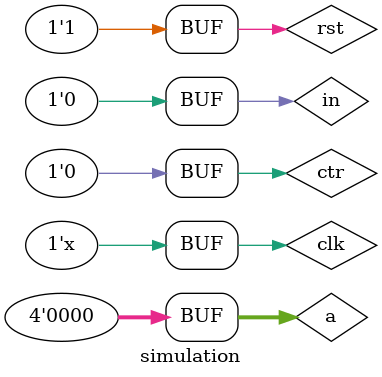
<source format=v>
module simulation;

	// Inputs
	reg clk;
	reg in;
	reg rst;
	reg ctr;
	reg [3:0] a;

	// Outputs
	wire [3:0] sum;
	wire led;

	// Instantiate the Unit Under Test (UUT)
	lab3 uut (.sum(sum),.led(led),.clk(clk),.in(in), 
		.rst(rst),.ctr(ctr),.a(a));
	initial 
	   clk = 0;
	always #5 clk=~clk;
   	
	initial begin
		// Initialize Inputs
           in=1;
	   a=0;
	   ctr=0;
           rst=1;
	#1 rst=0;
	#1 rst=1;
//------------------------
        #1  in=0;
	#30 in=1;
	#30 in=0;
	#30 in=1;
	#30 in=0;
	end
      
endmodule

</source>
